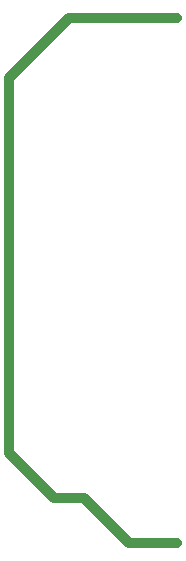
<source format=gbr>
G04 EAGLE Gerber RS-274X export*
G75*
%MOMM*%
%FSLAX34Y34*%
%LPD*%
%INTop Copper Removal*%
%IPPOS*%
%AMOC8*
5,1,8,0,0,1.08239X$1,22.5*%
G01*
%ADD10C,0.812800*%


D10*
X548640Y977900D02*
X457200Y977900D01*
X406400Y927100D01*
X406400Y609600D01*
X444500Y571500D01*
X469900Y571500D01*
X508000Y533400D01*
X548640Y533400D01*
M02*

</source>
